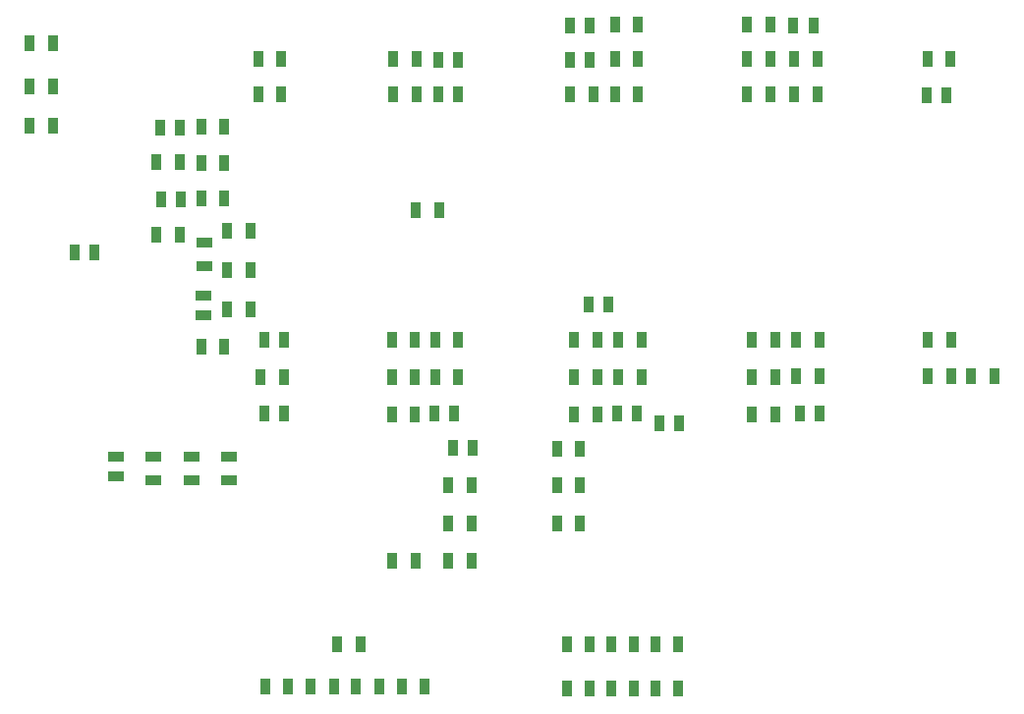
<source format=gbr>
%FSTAX23Y23*%
%MOIN*%
%SFA1B1*%

%IPPOS*%
%ADD10R,0.037402X0.057087*%
%ADD11R,0.032677X0.054724*%
%ADD12R,0.054724X0.032677*%
%ADD13R,0.057087X0.037402*%
%LNmb_spectrumanalyzer_paste_top-1*%
%LPD*%
G54D10*
X03225Y01294D03*
X03304D03*
X01485Y01042D03*
X01406D03*
X02079Y00261D03*
X02D03*
X023D03*
X02379D03*
X01221D03*
X013D03*
X023Y00113D03*
X02379D03*
X02229Y00111D03*
X0215D03*
X02D03*
X02079D03*
X02045Y00926D03*
X01966D03*
X02104Y01169D03*
X02025D03*
X02104Y01042D03*
X02025D03*
X02104Y01294D03*
X02025D03*
X02253D03*
X02174D03*
Y01169D03*
X02253D03*
X0144Y00119D03*
X01519D03*
X01488Y00545D03*
X01409D03*
X01599D03*
X01678D03*
X01599Y00673D03*
X01678D03*
Y00801D03*
X01599D03*
X01553Y01169D03*
X01632D03*
X01406Y01294D03*
X01485D03*
X0076Y01272D03*
X00839D03*
X01566Y01735D03*
X01487D03*
X02012Y02129D03*
X02091D03*
X01411D03*
X0149D03*
X01411Y02248D03*
X0149D03*
X00953D03*
X01032D03*
X00953Y02129D03*
X01032D03*
X02612D03*
X02691D03*
X03223Y02248D03*
X03302D03*
X02691D03*
X02612D03*
X02242Y02129D03*
X02163D03*
Y02248D03*
X02242D03*
X02163Y02364D03*
X02242D03*
X02612D03*
X02691D03*
X0285Y02129D03*
X02771D03*
X0285Y02248D03*
X02771D03*
X00686Y01651D03*
X00607D03*
X00839Y01774D03*
X0076D03*
X00839Y01896D03*
X0076D03*
X00847Y01664D03*
X00926D03*
X00961Y01169D03*
X0104D03*
X0345Y0117D03*
X03371D03*
X03304D03*
X03225D03*
X02229Y00261D03*
X0215D03*
X01285Y00119D03*
X01364D03*
X01406Y01169D03*
X01485D03*
X0076Y02019D03*
X00839D03*
X00687Y01897D03*
X00608D03*
X01131Y00119D03*
X0121D03*
X00976D03*
X01055D03*
X00927Y01531D03*
X00848D03*
Y01397D03*
X00927D03*
X00179Y02155D03*
X00258D03*
Y0202D03*
X00179D03*
X00258Y02303D03*
X00179D03*
X02856Y01294D03*
X02777D03*
X02706Y01042D03*
X02627D03*
X02777Y0117D03*
X02856D03*
X02627Y01168D03*
X02706D03*
X02627Y01294D03*
X02706D03*
X01632D03*
X01553D03*
X02045Y00801D03*
X01966D03*
Y00673D03*
X02045D03*
G54D11*
X02313Y01013D03*
X0238D03*
X02073Y01416D03*
X0214D03*
X02239Y01044D03*
X02172D03*
X01613Y00928D03*
X0168D03*
X01618Y01044D03*
X01551D03*
X01631Y02128D03*
X01564D03*
X0201Y02362D03*
X02077D03*
Y02246D03*
X0201D03*
X01631D03*
X01564D03*
X02836Y02362D03*
X02769D03*
X03221Y02124D03*
X03288D03*
X0033Y0159D03*
X00397D03*
X00975Y01296D03*
X01042D03*
X0279Y01044D03*
X02858D03*
X00622Y02016D03*
X00689D03*
X00624Y01771D03*
X00691D03*
X01042Y01044D03*
X00975D03*
G54D12*
X00769Y01444D03*
Y01377D03*
X0047Y00899D03*
Y00832D03*
G54D13*
X0077Y01545D03*
Y01624D03*
X00727Y00818D03*
Y00897D03*
X00599Y00818D03*
Y00897D03*
X00855D03*
Y00818D03*
M02*
</source>
